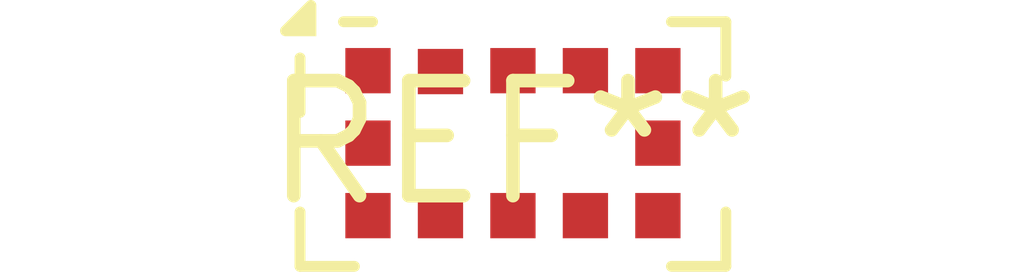
<source format=kicad_pcb>
(kicad_pcb (version 20240108) (generator pcbnew)
  (layers (0 "F.Cu" signal) (31 "B.Cu" signal) (34 "B.Paste" user) (35 "F.Paste" user) (36 "B.SilkS" user "B.Silkscreen") (37 "F.SilkS" user "F.Silkscreen") (38 "B.Mask" user) (39 "F.Mask" user) (44 "Edge.Cuts" user))
  (net 0 "")
  (footprint "ST_VL53L0X" (layer "F.Cu") (at 0 0)
    (property "Reference" "REF**")
    (property "Value" "ST_VL53L0X")
    (fp_line (start -2.35 -0.94) (end -2.35 -0.34) (layer "F.SilkS") (stroke (width 0.12)))
    (fp_line (start -2.35 1.36) (end -2.35 0.76) (layer "F.SilkS") (stroke (width 0.12)))
    (fp_line (start -1.87 -1.34) (end -1.55 -1.34) (layer "F.SilkS") (stroke (width 0.12)))
    (fp_line (start -1.75 1.36) (end -2.35 1.36) (layer "F.SilkS") (stroke (width 0.12)))
    (fp_line (start 1.75 -1.34) (end 2.35 -1.34) (layer "F.SilkS") (stroke (width 0.12)))
    (fp_line (start 2.35 -1.34) (end 2.35 -0.74) (layer "F.SilkS") (stroke (width 0.12)))
    (fp_line (start 2.35 0.76) (end 2.35 1.36) (layer "F.SilkS") (stroke (width 0.12)))
    (fp_line (start 2.35 1.36) (end 1.75 1.36) (layer "F.SilkS") (stroke (width 0.12)))
    (fp_poly (pts (xy -2.23 -1.24) (xy -2.51 -1.24) (xy -2.23 -1.52) (xy -2.23 -1.24)) (layer "F.SilkS") (stroke (width 0.12)) (fill solid))
    (pad "1" smd rect (at -1.6 -0.8 90) (size 0.5 0.5) (layers "F.Cu" "F.Paste" "F.Mask"))
    (pad "2" smd rect (at -0.8 -0.79 90) (size 0.5 0.5) (layers "F.Cu" "F.Paste" "F.Mask"))
    (pad "3" smd rect (at 0 -0.8 90) (size 0.5 0.5) (layers "F.Cu" "F.Paste" "F.Mask"))
    (pad "4" smd rect (at 0.8 -0.8 90) (size 0.5 0.5) (layers "F.Cu" "F.Paste" "F.Mask"))
    (pad "5" smd rect (at 1.6 -0.8 90) (size 0.5 0.5) (layers "F.Cu" "F.Paste" "F.Mask"))
    (pad "6" smd rect (at 1.6 0 90) (size 0.5 0.5) (layers "F.Cu" "F.Paste" "F.Mask"))
    (pad "7" smd rect (at 1.6 0.8 90) (size 0.5 0.5) (layers "F.Cu" "F.Paste" "F.Mask"))
    (pad "8" smd rect (at 0.8 0.8 90) (size 0.5 0.5) (layers "F.Cu" "F.Paste" "F.Mask"))
    (pad "9" smd rect (at 0 0.8 90) (size 0.5 0.5) (layers "F.Cu" "F.Paste" "F.Mask"))
    (pad "10" smd rect (at -0.8 0.8 90) (size 0.5 0.5) (layers "F.Cu" "F.Paste" "F.Mask"))
    (pad "11" smd rect (at -1.6 0.8 90) (size 0.5 0.5) (layers "F.Cu" "F.Paste" "F.Mask"))
    (pad "12" smd rect (at -1.6 0 90) (size 0.5 0.5) (layers "F.Cu" "F.Paste" "F.Mask"))
  )
)
</source>
